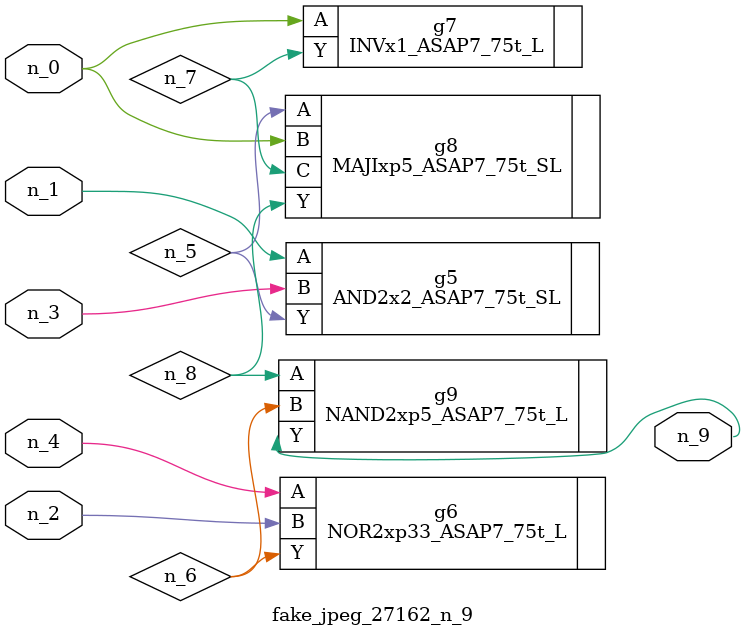
<source format=v>
module fake_jpeg_27162_n_9 (n_3, n_2, n_1, n_0, n_4, n_9);

input n_3;
input n_2;
input n_1;
input n_0;
input n_4;

output n_9;

wire n_8;
wire n_6;
wire n_5;
wire n_7;

AND2x2_ASAP7_75t_SL g5 ( 
.A(n_1),
.B(n_3),
.Y(n_5)
);

NOR2xp33_ASAP7_75t_L g6 ( 
.A(n_4),
.B(n_2),
.Y(n_6)
);

INVx1_ASAP7_75t_L g7 ( 
.A(n_0),
.Y(n_7)
);

MAJIxp5_ASAP7_75t_SL g8 ( 
.A(n_5),
.B(n_0),
.C(n_7),
.Y(n_8)
);

NAND2xp5_ASAP7_75t_L g9 ( 
.A(n_8),
.B(n_6),
.Y(n_9)
);


endmodule
</source>
